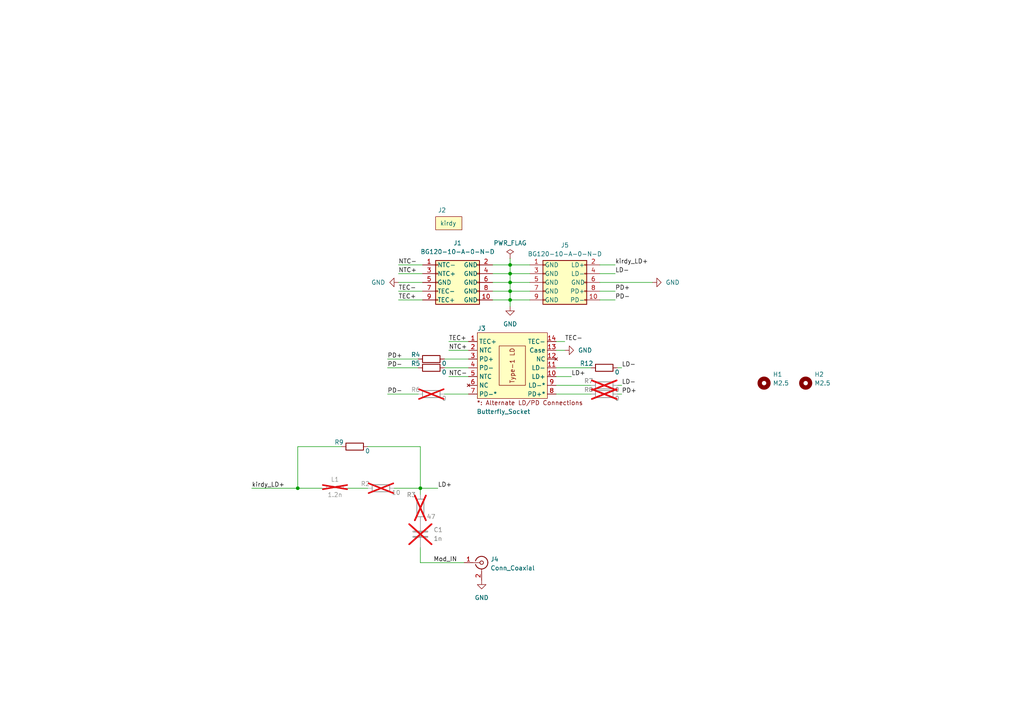
<source format=kicad_sch>
(kicad_sch (version 20230121) (generator eeschema)
  (paper "A4")
  (title_block (title "kirdy_adapter_type_1_LD") (date "2023-11-14") (rev "rev0_1") (company "M-Labs Limited"))
  (lib_symbols
    (symbol "Connector:Conn_Coaxial" (pin_names (offset 1.016) hide)
      (property "Reference" "J" (at 0.254 3.048 0))
      (property "Value" "Conn_Coaxial" (at 2.921 0 90))
      (symbol "Conn_Coaxial_0_1"
        (arc (start -1.778 -0.508) (mid 0.2311 -1.8066) (end 1.778 0) (stroke (width 0.254)))
        (polyline (pts (xy -2.54 0) (xy -0.508 0)))
        (polyline (pts (xy 0 -2.54) (xy 0 -1.778)))
        (circle (center 0 0) (radius 0.508) (stroke (width 0.2032)))
        (arc (start 1.778 0) (mid 0.2099 1.8101) (end -1.778 0.508) (stroke (width 0.254)))
      )
      (symbol "Conn_Coaxial_1_1"
        (pin passive line (at -5.08 0 0) (length 2.54) (name "In") (number "1"))
        (pin passive line (at 0 -5.08 90) (length 2.54) (name "Ext") (number "2"))
      )
    )
    (symbol "Device:C" (pin_numbers hide) (pin_names (offset 0.254))
      (property "Reference" "C" (at 0.635 2.54 0))
      (property "Value" "C" (at 0.635 -2.54 0))
      (symbol "C_0_1"
        (polyline (pts (xy -2.032 -0.762) (xy 2.032 -0.762)) (stroke (width 0.508)))
        (polyline (pts (xy -2.032 0.762) (xy 2.032 0.762)) (stroke (width 0.508)))
      )
      (symbol "C_1_1"
        (pin passive line (at 0 3.81 270) (length 2.794) (name "~") (number "1"))
        (pin passive line (at 0 -3.81 90) (length 2.794) (name "~") (number "2"))
      )
    )
    (symbol "Device:L" (pin_numbers hide) (pin_names (offset 1.016) hide)
      (property "Reference" "L" (at -1.27 0 90))
      (property "Value" "L" (at 1.905 0 90))
      (symbol "L_0_1"
        (arc (start 0 -2.54) (mid 0.6323 -1.905) (end 0 -1.27))
        (arc (start 0 -1.27) (mid 0.6323 -0.635) (end 0 0))
        (arc (start 0 0) (mid 0.6323 0.635) (end 0 1.27))
        (arc (start 0 1.27) (mid 0.6323 1.905) (end 0 2.54))
      )
      (symbol "L_1_1"
        (pin passive line (at 0 3.81 270) (length 1.27) (name "1") (number "1"))
        (pin passive line (at 0 -3.81 90) (length 1.27) (name "2") (number "2"))
      )
    )
    (symbol "Device:R" (pin_numbers hide) (pin_names (offset 0))
      (property "Reference" "R" (at 2.032 0 90))
      (property "Value" "R" (at 0 0 90))
      (symbol "R_0_1"
        (rectangle (start -1.016 -2.54) (end 1.016 2.54) (stroke (width 0.254)))
      )
      (symbol "R_1_1"
        (pin passive line (at 0 3.81 270) (length 1.27) (name "~") (number "1"))
        (pin passive line (at 0 -3.81 90) (length 1.27) (name "~") (number "2"))
      )
    )
    (symbol "Mechanical:MountingHole" (pin_names (offset 1.016))
      (property "Reference" "H" (at 0 5.08 0))
      (property "Value" "MountingHole" (at 0 3.175 0))
      (symbol "MountingHole_0_1"
        (circle (center 0 0) (radius 1.27) (stroke (width 1.27)))
      )
    )
    (symbol "kirdy_adapter:butterfly_socket_type_1"
      (property "Reference" "J" (at 1.27 1.27 0))
      (property "Value" "Butterfly_Socket" (at 7.62 -22.86 0))
      (symbol "butterfly_socket_type_1_1_1"
        (rectangle (start 0 0) (end 20.32 -19.05) (fill (type background)))
        (rectangle (start 6.35 -3.81) (end 13.97 -15.24))
        (text "*: Alternate LD/PD Connections" (at 15.24 -20.32 0) (effects (font (size 1.27 1.27))))
        (text "Type-1 LD" (at 10.16 -9.525 900) (effects (font (size 1.27 1.27))))
        (pin input line (at -2.54 -2.54 0) (length 2.54) (name "TEC+") (number "1"))
        (pin passive line (at 22.86 -12.7 180) (length 2.54) (name "LD+") (number "10"))
        (pin passive line (at 22.86 -10.16 180) (length 2.54) (name "LD-") (number "11"))
        (pin no_connect line (at 22.86 -7.62 180) (length 2.54) (name "NC") (number "12"))
        (pin passive line (at 22.86 -5.08 180) (length 2.54) (name "Case") (number "13"))
        (pin passive line (at 22.86 -2.54 180) (length 2.54) (name "TEC-") (number "14"))
        (pin input line (at -2.54 -5.08 0) (length 2.54) (name "NTC") (number "2"))
        (pin input line (at -2.54 -7.62 0) (length 2.54) (name "PD+") (number "3"))
        (pin input line (at -2.54 -10.16 0) (length 2.54) (name "PD-") (number "4"))
        (pin input line (at -2.54 -12.7 0) (length 2.54) (name "NTC") (number "5"))
        (pin no_connect line (at -2.54 -15.24 0) (length 2.54) (name "NC") (number "6"))
        (pin passive line (at -2.54 -17.78 0) (length 2.54) (name "PD-*") (number "7"))
        (pin passive line (at 22.86 -17.78 180) (length 2.54) (name "PD+*") (number "8"))
        (pin passive line (at 22.86 -15.24 180) (length 2.54) (name "LD-*") (number "9"))
      )
    )
    (symbol "kirdy_adapter:kirdy_3d_model"
      (property "Reference" "J" (at 1.27 1.27 0))
      (property "Value" "kirdy" (at 3.81 -1.905 0))
      (symbol "kirdy_3d_model_1_1"
        (rectangle (start 0 0) (end 7.62 -3.81) (fill (type background)))
      )
    )
    (symbol "kirdy_adapter:kirdy_socket_1"
      (property "Reference" "J" (at 5.08 2.54 0))
      (property "Value" "BG120-10-A-0-N-D" (at 10.16 -12.7 0))
      (symbol "kirdy_socket_1_1_1"
        (rectangle (start 3.81 -10.033) (end 4.445 -10.287) (stroke (width 0.1524)))
        (rectangle (start 3.81 -7.493) (end 4.445 -7.747) (stroke (width 0.1524)))
        (rectangle (start 3.81 -4.953) (end 4.445 -5.207) (stroke (width 0.1524)))
        (rectangle (start 3.81 -2.413) (end 4.445 -2.667) (stroke (width 0.1524)))
        (rectangle (start 3.81 0.127) (end 4.445 -0.127) (stroke (width 0.1524)))
        (rectangle (start 3.81 1.27) (end 16.51 -11.43) (stroke (width 0.254)) (fill (type background)))
        (rectangle (start 15.875 -10.033) (end 16.51 -10.287) (stroke (width 0.1524)))
        (rectangle (start 15.875 -7.493) (end 16.51 -7.747) (stroke (width 0.1524)))
        (rectangle (start 15.875 -4.953) (end 16.51 -5.207) (stroke (width 0.1524)))
        (rectangle (start 15.875 -2.413) (end 16.51 -2.667) (stroke (width 0.1524)))
        (rectangle (start 15.875 0.127) (end 16.51 -0.127) (stroke (width 0.1524)))
        (pin passive line (at 0 0 0) (length 3.81) (name "NTC-") (number "1"))
        (pin passive line (at 20.32 -10.16 180) (length 3.81) (name "GND") (number "10"))
        (pin passive line (at 20.32 0 180) (length 3.81) (name "GND") (number "2"))
        (pin passive line (at 0 -2.54 0) (length 3.81) (name "NTC+") (number "3"))
        (pin passive line (at 20.32 -2.54 180) (length 3.81) (name "GND") (number "4"))
        (pin passive line (at 0 -5.08 0) (length 3.81) (name "GND") (number "5"))
        (pin passive line (at 20.32 -5.08 180) (length 3.81) (name "GND") (number "6"))
        (pin passive line (at 0 -7.62 0) (length 3.81) (name "TEC-") (number "7"))
        (pin passive line (at 20.32 -7.62 180) (length 3.81) (name "GND") (number "8"))
        (pin passive line (at 0 -10.16 0) (length 3.81) (name "TEC+") (number "9"))
      )
    )
    (symbol "kirdy_adapter:kirdy_socket_2"
      (property "Reference" "J" (at 5.08 2.54 0))
      (property "Value" "BG120-10-A-0-N-D" (at 10.16 -12.7 0))
      (symbol "kirdy_socket_2_1_1"
        (rectangle (start 3.81 -10.033) (end 4.445 -10.287) (stroke (width 0.1524)))
        (rectangle (start 3.81 -7.493) (end 4.445 -7.747) (stroke (width 0.1524)))
        (rectangle (start 3.81 -4.953) (end 4.445 -5.207) (stroke (width 0.1524)))
        (rectangle (start 3.81 -2.413) (end 4.445 -2.667) (stroke (width 0.1524)))
        (rectangle (start 3.81 0.127) (end 4.445 -0.127) (stroke (width 0.1524)))
        (rectangle (start 3.81 1.27) (end 16.51 -11.43) (stroke (width 0.254)) (fill (type background)))
        (rectangle (start 15.875 -10.033) (end 16.51 -10.287) (stroke (width 0.1524)))
        (rectangle (start 15.875 -7.493) (end 16.51 -7.747) (stroke (width 0.1524)))
        (rectangle (start 15.875 -4.953) (end 16.51 -5.207) (stroke (width 0.1524)))
        (rectangle (start 15.875 -2.413) (end 16.51 -2.667) (stroke (width 0.1524)))
        (rectangle (start 15.875 0.127) (end 16.51 -0.127) (stroke (width 0.1524)))
        (pin passive line (at 0 0 0) (length 3.81) (name "GND") (number "1"))
        (pin passive line (at 20.32 -10.16 180) (length 3.81) (name "PD-") (number "10"))
        (pin passive line (at 20.32 0 180) (length 3.81) (name "LD+") (number "2"))
        (pin passive line (at 0 -2.54 0) (length 3.81) (name "GND") (number "3"))
        (pin passive line (at 20.32 -2.54 180) (length 3.81) (name "LD-") (number "4"))
        (pin passive line (at 0 -5.08 0) (length 3.81) (name "GND") (number "5"))
        (pin passive line (at 20.32 -5.08 180) (length 3.81) (name "GND") (number "6"))
        (pin passive line (at 0 -7.62 0) (length 3.81) (name "GND") (number "7"))
        (pin passive line (at 20.32 -7.62 180) (length 3.81) (name "PD+") (number "8"))
        (pin passive line (at 0 -10.16 0) (length 3.81) (name "GND") (number "9"))
      )
    )
    (symbol "power:GND" (power) (pin_names (offset 0))
      (property "Value" "GND" (at 0 -3.81 0))
      (symbol "GND_0_1"
        (polyline (pts (xy 0 0) (xy 0 -1.27) (xy 1.27 -1.27) (xy 0 -2.54) (xy -1.27 -1.27) (xy 0 -1.27)))
      )
      (symbol "GND_1_1"
        (pin power_in line (at 0 0 270) (length 0) hide (name "GND") (number "1"))
      )
    )
    (symbol "power:PWR_FLAG" (power) (pin_numbers hide) (pin_names (offset 0) hide)
      (property "Value" "PWR_FLAG" (at 0 3.81 0))
      (symbol "PWR_FLAG_0_0"
        (pin power_out line (at 0 0 90) (length 0) (name "pwr") (number "1"))
      )
      (symbol "PWR_FLAG_0_1"
        (polyline (pts (xy 0 0) (xy 0 1.27) (xy -1.016 1.905) (xy 0 2.54) (xy 1.016 1.905) (xy 0 1.27)))
      )
    )
  )
  (junction (at 147.955 79.375))
  (junction (at 147.955 81.915))
  (junction (at 121.92 141.605))
  (junction (at 86.36 141.605))
  (junction (at 147.955 76.835))
  (junction (at 147.955 86.995))
  (junction (at 147.955 84.455))
  (wire (pts (xy 147.955 86.995) (xy 153.67 86.995)))
  (wire (pts (xy 147.955 86.995) (xy 142.875 86.995)))
  (wire (pts (xy 147.955 79.375) (xy 147.955 81.915)))
  (wire (pts (xy 163.83 101.6) (xy 161.29 101.6)))
  (wire (pts (xy 115.57 79.375) (xy 122.555 79.375)))
  (wire (pts (xy 147.955 81.915) (xy 147.955 84.455)))
  (wire (pts (xy 178.435 76.835) (xy 173.99 76.835)))
  (wire (pts (xy 130.175 99.06) (xy 135.89 99.06)))
  (wire (pts (xy 73.025 141.605) (xy 86.36 141.605)))
  (wire (pts (xy 86.36 141.605) (xy 93.345 141.605)))
  (wire (pts (xy 128.905 104.14) (xy 135.89 104.14)))
  (wire (pts (xy 114.3 141.605) (xy 121.92 141.605)))
  (wire (pts (xy 121.92 141.605) (xy 121.92 143.51)))
  (wire (pts (xy 147.955 79.375) (xy 153.67 79.375)))
  (wire (pts (xy 147.955 76.835) (xy 153.67 76.835)))
  (wire (pts (xy 189.23 81.915) (xy 173.99 81.915)))
  (wire (pts (xy 130.175 101.6) (xy 135.89 101.6)))
  (wire (pts (xy 147.955 76.835) (xy 147.955 79.375)))
  (wire (pts (xy 147.955 88.9) (xy 147.955 86.995)))
  (wire (pts (xy 99.06 129.54) (xy 86.36 129.54)))
  (wire (pts (xy 178.435 84.455) (xy 173.99 84.455)))
  (wire (pts (xy 100.965 141.605) (xy 106.68 141.605)))
  (wire (pts (xy 147.955 74.93) (xy 147.955 76.835)))
  (wire (pts (xy 142.875 81.915) (xy 147.955 81.915)))
  (wire (pts (xy 178.435 86.995) (xy 173.99 86.995)))
  (wire (pts (xy 165.735 109.22) (xy 161.29 109.22)))
  (wire (pts (xy 115.57 84.455) (xy 122.555 84.455)))
  (wire (pts (xy 180.34 106.68) (xy 179.07 106.68)))
  (wire (pts (xy 128.905 114.3) (xy 135.89 114.3)))
  (wire (pts (xy 115.57 81.915) (xy 122.555 81.915)))
  (wire (pts (xy 106.68 129.54) (xy 121.92 129.54)))
  (wire (pts (xy 86.36 129.54) (xy 86.36 141.605)))
  (wire (pts (xy 178.435 79.375) (xy 173.99 79.375)))
  (wire (pts (xy 112.395 106.68) (xy 121.285 106.68)))
  (wire (pts (xy 142.875 76.835) (xy 147.955 76.835)))
  (wire (pts (xy 128.905 106.68) (xy 135.89 106.68)))
  (wire (pts (xy 121.92 163.195) (xy 121.92 158.75)))
  (wire (pts (xy 163.83 99.06) (xy 161.29 99.06)))
  (wire (pts (xy 180.34 114.3) (xy 179.07 114.3)))
  (wire (pts (xy 112.395 114.3) (xy 121.285 114.3)))
  (wire (pts (xy 130.175 109.22) (xy 135.89 109.22)))
  (wire (pts (xy 122.555 76.835) (xy 115.57 76.835)))
  (wire (pts (xy 121.92 129.54) (xy 121.92 141.605)))
  (wire (pts (xy 142.875 84.455) (xy 147.955 84.455)))
  (wire (pts (xy 121.92 141.605) (xy 127 141.605)))
  (wire (pts (xy 112.395 104.14) (xy 121.285 104.14)))
  (wire (pts (xy 121.92 163.195) (xy 134.62 163.195)))
  (wire (pts (xy 171.45 111.76) (xy 161.29 111.76)))
  (wire (pts (xy 115.57 86.995) (xy 122.555 86.995)))
  (wire (pts (xy 171.45 114.3) (xy 161.29 114.3)))
  (wire (pts (xy 147.955 84.455) (xy 153.67 84.455)))
  (wire (pts (xy 147.955 81.915) (xy 153.67 81.915)))
  (wire (pts (xy 180.34 111.76) (xy 179.07 111.76)))
  (wire (pts (xy 161.29 106.68) (xy 171.45 106.68)))
  (wire (pts (xy 142.875 79.375) (xy 147.955 79.375)))
  (wire (pts (xy 147.955 84.455) (xy 147.955 86.995)))
  (label "NTC-" (at 130.175 109.22 0))
  (label "TEC+" (at 115.57 86.995 0))
  (label "PD+" (at 178.435 84.455 0))
  (label "TEC-" (at 115.57 84.455 0))
  (label "kirdy_LD+" (at 73.025 141.605 0))
  (label "PD-" (at 112.395 106.68 0))
  (label "Mod_IN" (at 125.73 163.195 0))
  (label "PD-" (at 112.395 114.3 0))
  (label "TEC+" (at 130.175 99.06 0))
  (label "NTC+" (at 115.57 79.375 0))
  (label "LD+" (at 165.735 109.22 0))
  (label "PD+" (at 112.395 104.14 0))
  (label "PD-" (at 178.435 86.995 0))
  (label "kirdy_LD+" (at 178.435 76.835 0))
  (label "NTC-" (at 115.57 76.835 0))
  (label "NTC+" (at 130.175 101.6 0))
  (label "LD-" (at 178.435 79.375 0))
  (label "TEC-" (at 163.83 99.06 0))
  (label "LD-" (at 180.34 111.76 0))
  (label "LD+" (at 127 141.605 0))
  (label "LD-" (at 180.34 106.68 0))
  (label "PD+" (at 180.34 114.3 0))
  (symbol (lib_id "Device:R") (at 110.49 141.605 90) (unit 1) (dnp yes)
    (property "Reference" "R2" (at 107.315 140.335 90) (effects (justify left)))
    (property "Value" "10" (at 116.205 142.875 90) (effects (justify left)))
    (property "Footprint" "Resistor_SMD:R_0805_2012Metric" (effects hide))
  )
  (symbol (lib_id "Device:C") (at 121.92 154.94 0) (unit 1) (dnp yes)
    (property "Reference" "C1" (at 125.73 153.67 0) (effects (justify left)))
    (property "Value" "1n" (at 125.73 156.21 0) (effects (justify left)))
    (property "Footprint" "Capacitor_SMD:C_0603_1608Metric" (effects hide))
  )
  (symbol (lib_id "Device:L") (at 97.155 141.605 90) (unit 1) (dnp yes)
    (property "Reference" "L1" (at 97.155 139.065 90))
    (property "Value" "1.2n" (at 97.155 143.51 90))
    (property "Footprint" "Inductor_SMD:L_1210_3225Metric" (effects hide))
  )
  (symbol (lib_id "Device:R") (at 125.095 114.3 90) (unit 1) (dnp yes)
    (property "Reference" "R6" (at 121.92 113.03 90) (effects (justify left)))
    (property "Value" "0" (at 129.54 115.57 90) (effects (justify left)))
    (property "Footprint" "Resistor_SMD:R_0805_2012Metric" (effects hide))
    (property "MFR_PN" "RCA08050000ZSEA" (effects hide))
  )
  (symbol (lib_id "power:GND") (at 163.83 101.6 90) (mirror x) (unit 1)
    (property "Reference" "#PWR04" (effects hide))
    (property "Value" "GND" (at 167.64 101.6 90) (effects (justify right)))
  )
  (symbol (lib_id "Mechanical:MountingHole") (at 233.68 111.125 0) (unit 1)
    (property "Reference" "H2" (at 236.22 108.585 0) (effects (justify left)))
    (property "Value" "M2.5" (at 236.22 111.125 0) (effects (justify left)))
    (property "Footprint" "MountingHole:MountingHole_2.7mm_M2.5" (effects hide))
  )
  (symbol (lib_id "kirdy_adapter:kirdy_3d_model") (at 126.365 62.865 0) (unit 1)
    (property "Reference" "J2" (at 127 60.96 0) (effects (justify left)))
    (property "Value" "kirdy" (at 127.635 64.77 0) (effects (justify left)))
    (property "Footprint" "laserSocket:kirdy_socket" (effects hide))
    (property "MFR_PN" "kirdy" (effects hide))
  )
  (symbol (lib_id "kirdy_adapter:butterfly_socket_type_1") (at 138.43 96.52 0) (unit 1)
    (property "Reference" "J3" (at 139.7 95.25 0))
    (property "Value" "Butterfly_Socket" (at 146.05 119.38 0))
    (property "Footprint" "laserSocket:Butterfly_Socket" (effects hide))
    (property "Datasheet" "https://m.tb.cn/h.5QDXYK1?tk=wr4mW3e8DlQ" (effects hide))
    (property "MFR_PN" "https://m.tb.cn/h.5QDXYK1?tk=wr4mW3e8DlQ" (effects hide))
    (property "MFR_PN_ALT" "Open on Mobile Version of Taobao. Communuicate with the vendor for customized part." (effects hide))
  )
  (symbol (lib_id "kirdy_adapter:kirdy_socket_1") (at 122.555 76.835 0) (unit 1)
    (property "Reference" "J1" (at 132.715 70.485 0))
    (property "Value" "BG120-10-A-0-N-D" (at 132.715 73.025 0))
    (property "Footprint" "laserSocket:BG120-10-A-0-N-D" (effects hide))
    (property "MFR_PN" "BG120-10-A-0-N-D" (effects hide))
  )
  (symbol (lib_id "Device:R") (at 121.92 147.32 180) (unit 1) (dnp yes)
    (property "Reference" "R3" (at 120.65 143.51 0) (effects (justify left)))
    (property "Value" "47" (at 126.365 149.86 0) (effects (justify left)))
    (property "Footprint" "Resistor_SMD:R_0603_1608Metric" (effects hide))
  )
  (symbol (lib_id "power:GND") (at 189.23 81.915 90) (unit 1)
    (property "Reference" "#PWR05" (effects hide))
    (property "Value" "GND" (at 193.04 81.915 90) (effects (justify right)))
  )
  (symbol (lib_id "Device:R") (at 102.87 129.54 90) (unit 1)
    (property "Reference" "R9" (at 99.695 128.27 90) (effects (justify left)))
    (property "Value" "0" (at 107.315 130.81 90) (effects (justify left)))
    (property "Footprint" "Resistor_SMD:R_0805_2012Metric" (effects hide))
    (property "MFR_PN" "RCA08050000ZSEA" (effects hide))
  )
  (symbol (lib_id "kirdy_adapter:kirdy_socket_2") (at 153.67 76.835 0) (unit 1)
    (property "Reference" "J5" (at 163.83 71.12 0))
    (property "Value" "BG120-10-A-0-N-D" (at 163.83 73.66 0))
    (property "Footprint" "laserSocket:BG120-10-A-0-N-D" (effects hide))
    (property "MFR_PN" "BG120-10-A-0-N-D" (effects hide))
  )
  (symbol (lib_id "power:GND") (at 147.955 88.9 0) (unit 1)
    (property "Reference" "#PWR03" (effects hide))
    (property "Value" "GND" (at 147.955 93.98 0))
  )
  (symbol (lib_id "power:GND") (at 139.7 168.275 0) (unit 1)
    (property "Reference" "#PWR02" (effects hide))
    (property "Value" "GND" (at 139.7 173.355 0))
  )
  (symbol (lib_id "Mechanical:MountingHole") (at 221.615 111.125 0) (unit 1)
    (property "Reference" "H1" (at 224.155 108.585 0) (effects (justify left)))
    (property "Value" "M2.5" (at 224.155 111.125 0) (effects (justify left)))
    (property "Footprint" "MountingHole:MountingHole_2.7mm_M2.5" (effects hide))
  )
  (symbol (lib_id "power:GND") (at 115.57 81.915 270) (unit 1)
    (property "Reference" "#PWR01" (effects hide))
    (property "Value" "GND" (at 111.76 81.915 90) (effects (justify right)))
  )
  (symbol (lib_id "Device:R") (at 175.26 111.76 90) (unit 1) (dnp yes)
    (property "Reference" "R7" (at 172.085 110.49 90) (effects (justify left)))
    (property "Value" "0" (at 179.705 113.03 90) (effects (justify left)))
    (property "Footprint" "Resistor_SMD:R_0805_2012Metric" (effects hide))
    (property "MFR_PN" "RCA08050000ZSEA" (effects hide))
  )
  (symbol (lib_id "Device:R") (at 175.26 114.3 90) (unit 1) (dnp yes)
    (property "Reference" "R8" (at 172.085 113.03 90) (effects (justify left)))
    (property "Value" "0" (at 179.705 115.57 90) (effects (justify left)))
    (property "Footprint" "Resistor_SMD:R_0805_2012Metric" (effects hide))
    (property "MFR_PN" "RCA08050000ZSEA" (effects hide))
  )
  (symbol (lib_id "Device:R") (at 125.095 104.14 90) (unit 1)
    (property "Reference" "R4" (at 121.92 102.87 90) (effects (justify left)))
    (property "Value" "0" (at 129.54 105.41 90) (effects (justify left)))
    (property "Footprint" "Resistor_SMD:R_0805_2012Metric" (effects hide))
    (property "MFR_PN" "RCA08050000ZSEA" (effects hide))
  )
  (symbol (lib_id "Device:R") (at 125.095 106.68 90) (unit 1)
    (property "Reference" "R5" (at 121.92 105.41 90) (effects (justify left)))
    (property "Value" "0" (at 129.54 107.95 90) (effects (justify left)))
    (property "Footprint" "Resistor_SMD:R_0805_2012Metric" (effects hide))
    (property "MFR_PN" "RCA08050000ZSEA" (effects hide))
  )
  (symbol (lib_id "power:PWR_FLAG") (at 147.955 74.93 0) (unit 1)
    (property "Reference" "#FLG01" (effects hide))
    (property "Value" "PWR_FLAG" (at 147.955 70.485 0))
  )
  (symbol (lib_id "Connector:Conn_Coaxial") (at 139.7 163.195 0) (unit 1)
    (property "Reference" "J4" (at 142.24 162.2181 0) (effects (justify left)))
    (property "Value" "Conn_Coaxial" (at 142.24 164.7581 0) (effects (justify left)))
    (property "Footprint" "Connector_Coaxial:SMA_Amphenol_132289_EdgeMount" (effects hide))
    (property "Datasheet" " ~" (effects hide))
  )
  (symbol (lib_id "Device:R") (at 175.26 106.68 90) (unit 1)
    (property "Reference" "R12" (at 172.085 105.41 90) (effects (justify left)))
    (property "Value" "0" (at 179.705 107.95 90) (effects (justify left)))
    (property "Footprint" "Resistor_SMD:R_0805_2012Metric" (effects hide))
    (property "MFR_PN" "RCA08050000ZSEA" (effects hide))
  )
)
</source>
